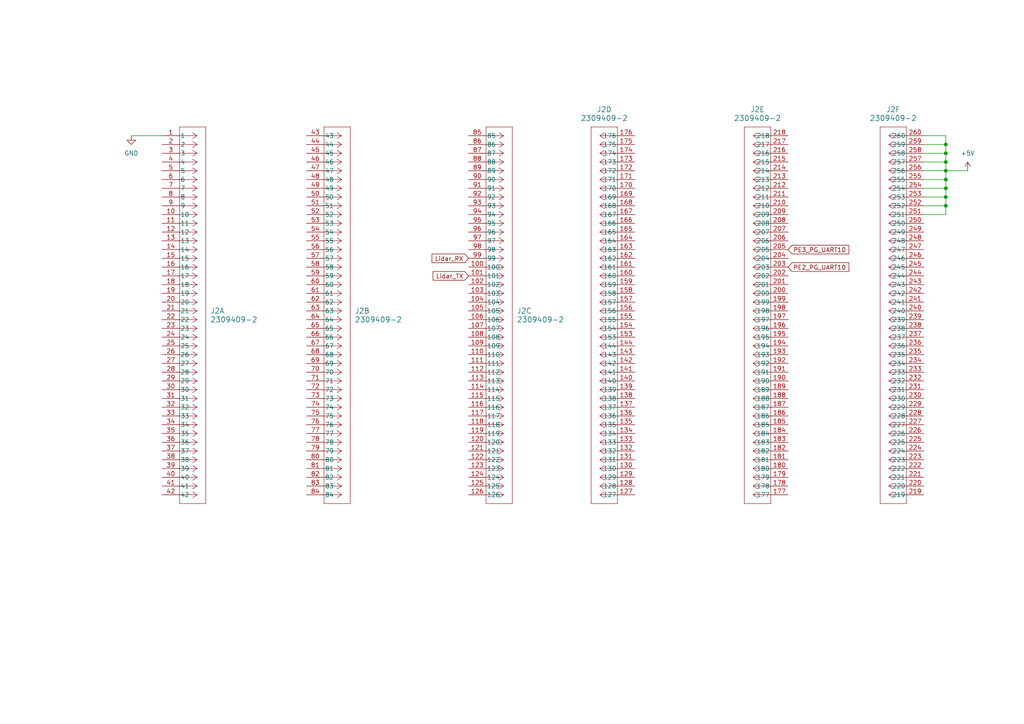
<source format=kicad_sch>
(kicad_sch (version 20231120) (generator "eeschema") (generator_version "8.0")
  (paper "A4")
  (lib_symbols
    (symbol "SODIMM_260:2309409-2" (pin_names (offset 0.254))
      (property "Reference" "J" (at -12.446 -110.49 0))
      (property "Value" "2309409-2" (at -3.556 -104.14 0))
      (symbol "2309409-2_1_1"
        (pin unspecified line (at 0 0 0) (length 5.08) (name "1") (number "1"))
        (pin unspecified line (at 0 -22.86 0) (length 5.08) (name "10") (number "10"))
        (pin unspecified line (at 0 -25.4 0) (length 5.08) (name "11") (number "11"))
        (pin unspecified line (at 0 -27.94 0) (length 5.08) (name "12") (number "12"))
        (pin unspecified line (at 0 -30.48 0) (length 5.08) (name "13") (number "13"))
        (pin unspecified line (at 0 -33.02 0) (length 5.08) (name "14") (number "14"))
        (pin unspecified line (at 0 -35.56 0) (length 5.08) (name "15") (number "15"))
        (pin unspecified line (at 0 -38.1 0) (length 5.08) (name "16") (number "16"))
        (pin unspecified line (at 0 -40.64 0) (length 5.08) (name "17") (number "17"))
        (pin unspecified line (at 0 -43.18 0) (length 5.08) (name "18") (number "18"))
        (pin unspecified line (at 0 -45.72 0) (length 5.08) (name "19") (number "19"))
        (pin unspecified line (at 0 -2.54 0) (length 5.08) (name "2") (number "2"))
        (pin unspecified line (at 0 -48.26 0) (length 5.08) (name "20") (number "20"))
        (pin unspecified line (at 0 -50.8 0) (length 5.08) (name "21") (number "21"))
        (pin unspecified line (at 0 -53.34 0) (length 5.08) (name "22") (number "22"))
        (pin unspecified line (at 0 -55.88 0) (length 5.08) (name "23") (number "23"))
        (pin unspecified line (at 0 -58.42 0) (length 5.08) (name "24") (number "24"))
        (pin unspecified line (at 0 -60.96 0) (length 5.08) (name "25") (number "25"))
        (pin unspecified line (at 0 -63.5 0) (length 5.08) (name "26") (number "26"))
        (pin unspecified line (at 0 -66.04 0) (length 5.08) (name "27") (number "27"))
        (pin unspecified line (at 0 -68.58 0) (length 5.08) (name "28") (number "28"))
        (pin unspecified line (at 0 -71.12 0) (length 5.08) (name "29") (number "29"))
        (pin unspecified line (at 0 -5.08 0) (length 5.08) (name "3") (number "3"))
        (pin unspecified line (at 0 -73.66 0) (length 5.08) (name "30") (number "30"))
        (pin unspecified line (at 0 -76.2 0) (length 5.08) (name "31") (number "31"))
        (pin unspecified line (at 0 -78.74 0) (length 5.08) (name "32") (number "32"))
        (pin unspecified line (at 0 -81.28 0) (length 5.08) (name "33") (number "33"))
        (pin unspecified line (at 0 -83.82 0) (length 5.08) (name "34") (number "34"))
        (pin unspecified line (at 0 -86.36 0) (length 5.08) (name "35") (number "35"))
        (pin unspecified line (at 0 -88.9 0) (length 5.08) (name "36") (number "36"))
        (pin unspecified line (at 0 -91.44 0) (length 5.08) (name "37") (number "37"))
        (pin unspecified line (at 0 -93.98 0) (length 5.08) (name "38") (number "38"))
        (pin unspecified line (at 0 -96.52 0) (length 5.08) (name "39") (number "39"))
        (pin unspecified line (at 0 -7.62 0) (length 5.08) (name "4") (number "4"))
        (pin unspecified line (at 0 -99.06 0) (length 5.08) (name "40") (number "40"))
        (pin unspecified line (at 0 -101.6 0) (length 5.08) (name "41") (number "41"))
        (pin unspecified line (at 0 -104.14 0) (length 5.08) (name "42") (number "42"))
        (pin unspecified line (at 0 -10.16 0) (length 5.08) (name "5") (number "5"))
        (pin unspecified line (at 0 -12.7 0) (length 5.08) (name "6") (number "6"))
        (pin unspecified line (at 0 -15.24 0) (length 5.08) (name "7") (number "7"))
        (pin unspecified line (at 0 -17.78 0) (length 5.08) (name "8") (number "8"))
        (pin unspecified line (at 0 -20.32 0) (length 5.08) (name "9") (number "9"))
      )
      (symbol "2309409-2_1_2"
        (pin unspecified line (at 0 0 0) (length 5.08) (name "1") (number "1"))
        (pin unspecified line (at 0 -22.86 0) (length 5.08) (name "10") (number "10"))
        (pin unspecified line (at 0 -25.4 0) (length 5.08) (name "11") (number "11"))
        (pin unspecified line (at 0 -27.94 0) (length 5.08) (name "12") (number "12"))
        (pin unspecified line (at 0 -30.48 0) (length 5.08) (name "13") (number "13"))
        (pin unspecified line (at 0 -33.02 0) (length 5.08) (name "14") (number "14"))
        (pin unspecified line (at 0 -35.56 0) (length 5.08) (name "15") (number "15"))
        (pin unspecified line (at 0 -38.1 0) (length 5.08) (name "16") (number "16"))
        (pin unspecified line (at 0 -40.64 0) (length 5.08) (name "17") (number "17"))
        (pin unspecified line (at 0 -43.18 0) (length 5.08) (name "18") (number "18"))
        (pin unspecified line (at 0 -45.72 0) (length 5.08) (name "19") (number "19"))
        (pin unspecified line (at 0 -2.54 0) (length 5.08) (name "2") (number "2"))
        (pin unspecified line (at 0 -48.26 0) (length 5.08) (name "20") (number "20"))
        (pin unspecified line (at 0 -50.8 0) (length 5.08) (name "21") (number "21"))
        (pin unspecified line (at 0 -53.34 0) (length 5.08) (name "22") (number "22"))
        (pin unspecified line (at 0 -55.88 0) (length 5.08) (name "23") (number "23"))
        (pin unspecified line (at 0 -58.42 0) (length 5.08) (name "24") (number "24"))
        (pin unspecified line (at 0 -60.96 0) (length 5.08) (name "25") (number "25"))
        (pin unspecified line (at 0 -63.5 0) (length 5.08) (name "26") (number "26"))
        (pin unspecified line (at 0 -66.04 0) (length 5.08) (name "27") (number "27"))
        (pin unspecified line (at 0 -68.58 0) (length 5.08) (name "28") (number "28"))
        (pin unspecified line (at 0 -71.12 0) (length 5.08) (name "29") (number "29"))
        (pin unspecified line (at 0 -5.08 0) (length 5.08) (name "3") (number "3"))
        (pin unspecified line (at 0 -73.66 0) (length 5.08) (name "30") (number "30"))
        (pin unspecified line (at 0 -76.2 0) (length 5.08) (name "31") (number "31"))
        (pin unspecified line (at 0 -78.74 0) (length 5.08) (name "32") (number "32"))
        (pin unspecified line (at 0 -81.28 0) (length 5.08) (name "33") (number "33"))
        (pin unspecified line (at 0 -83.82 0) (length 5.08) (name "34") (number "34"))
        (pin unspecified line (at 0 -86.36 0) (length 5.08) (name "35") (number "35"))
        (pin unspecified line (at 0 -88.9 0) (length 5.08) (name "36") (number "36"))
        (pin unspecified line (at 0 -91.44 0) (length 5.08) (name "37") (number "37"))
        (pin unspecified line (at 0 -93.98 0) (length 5.08) (name "38") (number "38"))
        (pin unspecified line (at 0 -96.52 0) (length 5.08) (name "39") (number "39"))
        (pin unspecified line (at 0 -7.62 0) (length 5.08) (name "4") (number "4"))
        (pin unspecified line (at 0 -99.06 0) (length 5.08) (name "40") (number "40"))
        (pin unspecified line (at 0 -101.6 0) (length 5.08) (name "41") (number "41"))
        (pin unspecified line (at 0 -104.14 0) (length 5.08) (name "42") (number "42"))
        (pin unspecified line (at 0 -10.16 0) (length 5.08) (name "5") (number "5"))
        (pin unspecified line (at 0 -12.7 0) (length 5.08) (name "6") (number "6"))
        (pin unspecified line (at 0 -15.24 0) (length 5.08) (name "7") (number "7"))
        (pin unspecified line (at 0 -17.78 0) (length 5.08) (name "8") (number "8"))
        (pin unspecified line (at 0 -20.32 0) (length 5.08) (name "9") (number "9"))
      )
      (symbol "2309409-2_2_1"
        (pin unspecified line (at 0 0 0) (length 5.08) (name "43") (number "43"))
        (pin unspecified line (at 0 -2.54 0) (length 5.08) (name "44") (number "44"))
        (pin unspecified line (at 0 -5.08 0) (length 5.08) (name "45") (number "45"))
        (pin unspecified line (at 0 -7.62 0) (length 5.08) (name "46") (number "46"))
        (pin unspecified line (at 0 -10.16 0) (length 5.08) (name "47") (number "47"))
        (pin unspecified line (at 0 -12.7 0) (length 5.08) (name "48") (number "48"))
        (pin unspecified line (at 0 -15.24 0) (length 5.08) (name "49") (number "49"))
        (pin unspecified line (at 0 -17.78 0) (length 5.08) (name "50") (number "50"))
        (pin unspecified line (at 0 -20.32 0) (length 5.08) (name "51") (number "51"))
        (pin unspecified line (at 0 -22.86 0) (length 5.08) (name "52") (number "52"))
        (pin unspecified line (at 0 -25.4 0) (length 5.08) (name "53") (number "53"))
        (pin unspecified line (at 0 -27.94 0) (length 5.08) (name "54") (number "54"))
        (pin unspecified line (at 0 -30.48 0) (length 5.08) (name "55") (number "55"))
        (pin unspecified line (at 0 -33.02 0) (length 5.08) (name "56") (number "56"))
        (pin unspecified line (at 0 -35.56 0) (length 5.08) (name "57") (number "57"))
        (pin unspecified line (at 0 -38.1 0) (length 5.08) (name "58") (number "58"))
        (pin unspecified line (at 0 -40.64 0) (length 5.08) (name "59") (number "59"))
        (pin unspecified line (at 0 -43.18 0) (length 5.08) (name "60") (number "60"))
        (pin unspecified line (at 0 -45.72 0) (length 5.08) (name "61") (number "61"))
        (pin unspecified line (at 0 -48.26 0) (length 5.08) (name "62") (number "62"))
        (pin unspecified line (at 0 -50.8 0) (length 5.08) (name "63") (number "63"))
        (pin unspecified line (at 0 -53.34 0) (length 5.08) (name "64") (number "64"))
        (pin unspecified line (at 0 -55.88 0) (length 5.08) (name "65") (number "65"))
        (pin unspecified line (at 0 -58.42 0) (length 5.08) (name "66") (number "66"))
        (pin unspecified line (at 0 -60.96 0) (length 5.08) (name "67") (number "67"))
        (pin unspecified line (at 0 -63.5 0) (length 5.08) (name "68") (number "68"))
        (pin unspecified line (at 0 -66.04 0) (length 5.08) (name "69") (number "69"))
        (pin unspecified line (at 0 -68.58 0) (length 5.08) (name "70") (number "70"))
        (pin unspecified line (at 0 -71.12 0) (length 5.08) (name "71") (number "71"))
        (pin unspecified line (at 0 -73.66 0) (length 5.08) (name "72") (number "72"))
        (pin unspecified line (at 0 -76.2 0) (length 5.08) (name "73") (number "73"))
        (pin unspecified line (at 0 -78.74 0) (length 5.08) (name "74") (number "74"))
        (pin unspecified line (at 0 -81.28 0) (length 5.08) (name "75") (number "75"))
        (pin unspecified line (at 0 -83.82 0) (length 5.08) (name "76") (number "76"))
        (pin unspecified line (at 0 -86.36 0) (length 5.08) (name "77") (number "77"))
        (pin unspecified line (at 0 -88.9 0) (length 5.08) (name "78") (number "78"))
        (pin unspecified line (at 0 -91.44 0) (length 5.08) (name "79") (number "79"))
        (pin unspecified line (at 0 -93.98 0) (length 5.08) (name "80") (number "80"))
        (pin unspecified line (at 0 -96.52 0) (length 5.08) (name "81") (number "81"))
        (pin unspecified line (at 0 -99.06 0) (length 5.08) (name "82") (number "82"))
        (pin unspecified line (at 0 -101.6 0) (length 5.08) (name "83") (number "83"))
        (pin unspecified line (at 0 -104.14 0) (length 5.08) (name "84") (number "84"))
      )
      (symbol "2309409-2_2_2"
        (pin unspecified line (at 0 0 0) (length 5.08) (name "43") (number "43"))
        (pin unspecified line (at 0 -2.54 0) (length 5.08) (name "44") (number "44"))
        (pin unspecified line (at 0 -5.08 0) (length 5.08) (name "45") (number "45"))
        (pin unspecified line (at 0 -7.62 0) (length 5.08) (name "46") (number "46"))
        (pin unspecified line (at 0 -10.16 0) (length 5.08) (name "47") (number "47"))
        (pin unspecified line (at 0 -12.7 0) (length 5.08) (name "48") (number "48"))
        (pin unspecified line (at 0 -15.24 0) (length 5.08) (name "49") (number "49"))
        (pin unspecified line (at 0 -17.78 0) (length 5.08) (name "50") (number "50"))
        (pin unspecified line (at 0 -20.32 0) (length 5.08) (name "51") (number "51"))
        (pin unspecified line (at 0 -22.86 0) (length 5.08) (name "52") (number "52"))
        (pin unspecified line (at 0 -25.4 0) (length 5.08) (name "53") (number "53"))
        (pin unspecified line (at 0 -27.94 0) (length 5.08) (name "54") (number "54"))
        (pin unspecified line (at 0 -30.48 0) (length 5.08) (name "55") (number "55"))
        (pin unspecified line (at 0 -33.02 0) (length 5.08) (name "56") (number "56"))
        (pin unspecified line (at 0 -35.56 0) (length 5.08) (name "57") (number "57"))
        (pin unspecified line (at 0 -38.1 0) (length 5.08) (name "58") (number "58"))
        (pin unspecified line (at 0 -40.64 0) (length 5.08) (name "59") (number "59"))
        (pin unspecified line (at 0 -43.18 0) (length 5.08) (name "60") (number "60"))
        (pin unspecified line (at 0 -45.72 0) (length 5.08) (name "61") (number "61"))
        (pin unspecified line (at 0 -48.26 0) (length 5.08) (name "62") (number "62"))
        (pin unspecified line (at 0 -50.8 0) (length 5.08) (name "63") (number "63"))
        (pin unspecified line (at 0 -53.34 0) (length 5.08) (name "64") (number "64"))
        (pin unspecified line (at 0 -55.88 0) (length 5.08) (name "65") (number "65"))
        (pin unspecified line (at 0 -58.42 0) (length 5.08) (name "66") (number "66"))
        (pin unspecified line (at 0 -60.96 0) (length 5.08) (name "67") (number "67"))
        (pin unspecified line (at 0 -63.5 0) (length 5.08) (name "68") (number "68"))
        (pin unspecified line (at 0 -66.04 0) (length 5.08) (name "69") (number "69"))
        (pin unspecified line (at 0 -68.58 0) (length 5.08) (name "70") (number "70"))
        (pin unspecified line (at 0 -71.12 0) (length 5.08) (name "71") (number "71"))
        (pin unspecified line (at 0 -73.66 0) (length 5.08) (name "72") (number "72"))
        (pin unspecified line (at 0 -76.2 0) (length 5.08) (name "73") (number "73"))
        (pin unspecified line (at 0 -78.74 0) (length 5.08) (name "74") (number "74"))
        (pin unspecified line (at 0 -81.28 0) (length 5.08) (name "75") (number "75"))
        (pin unspecified line (at 0 -83.82 0) (length 5.08) (name "76") (number "76"))
        (pin unspecified line (at 0 -86.36 0) (length 5.08) (name "77") (number "77"))
        (pin unspecified line (at 0 -88.9 0) (length 5.08) (name "78") (number "78"))
        (pin unspecified line (at 0 -91.44 0) (length 5.08) (name "79") (number "79"))
        (pin unspecified line (at 0 -93.98 0) (length 5.08) (name "80") (number "80"))
        (pin unspecified line (at 0 -96.52 0) (length 5.08) (name "81") (number "81"))
        (pin unspecified line (at 0 -99.06 0) (length 5.08) (name "82") (number "82"))
        (pin unspecified line (at 0 -101.6 0) (length 5.08) (name "83") (number "83"))
        (pin unspecified line (at 0 -104.14 0) (length 5.08) (name "84") (number "84"))
      )
      (symbol "2309409-2_3_1"
        (pin unspecified line (at 0 -38.1 0) (length 5.08) (name "100") (number "100"))
        (pin unspecified line (at 0 -40.64 0) (length 5.08) (name "101") (number "101"))
        (pin unspecified line (at 0 -43.18 0) (length 5.08) (name "102") (number "102"))
        (pin unspecified line (at 0 -45.72 0) (length 5.08) (name "103") (number "103"))
        (pin unspecified line (at 0 -48.26 0) (length 5.08) (name "104") (number "104"))
        (pin unspecified line (at 0 -50.8 0) (length 5.08) (name "105") (number "105"))
        (pin unspecified line (at 0 -53.34 0) (length 5.08) (name "106") (number "106"))
        (pin unspecified line (at 0 -55.88 0) (length 5.08) (name "107") (number "107"))
        (pin unspecified line (at 0 -58.42 0) (length 5.08) (name "108") (number "108"))
        (pin unspecified line (at 0 -60.96 0) (length 5.08) (name "109") (number "109"))
        (pin unspecified line (at 0 -63.5 0) (length 5.08) (name "110") (number "110"))
        (pin unspecified line (at 0 -66.04 0) (length 5.08) (name "111") (number "111"))
        (pin unspecified line (at 0 -68.58 0) (length 5.08) (name "112") (number "112"))
        (pin unspecified line (at 0 -71.12 0) (length 5.08) (name "113") (number "113"))
        (pin unspecified line (at 0 -73.66 0) (length 5.08) (name "114") (number "114"))
        (pin unspecified line (at 0 -76.2 0) (length 5.08) (name "115") (number "115"))
        (pin unspecified line (at 0 -78.74 0) (length 5.08) (name "116") (number "116"))
        (pin unspecified line (at 0 -81.28 0) (length 5.08) (name "117") (number "117"))
        (pin unspecified line (at 0 -83.82 0) (length 5.08) (name "118") (number "118"))
        (pin unspecified line (at 0 -86.36 0) (length 5.08) (name "119") (number "119"))
        (pin unspecified line (at 0 -88.9 0) (length 5.08) (name "120") (number "120"))
        (pin unspecified line (at 0 -91.44 0) (length 5.08) (name "121") (number "121"))
        (pin unspecified line (at 0 -93.98 0) (length 5.08) (name "122") (number "122"))
        (pin unspecified line (at 0 -96.52 0) (length 5.08) (name "123") (number "123"))
        (pin unspecified line (at 0 -99.06 0) (length 5.08) (name "124") (number "124"))
        (pin unspecified line (at 0 -101.6 0) (length 5.08) (name "125") (number "125"))
        (pin unspecified line (at 0 -104.14 0) (length 5.08) (name "126") (number "126"))
        (pin unspecified line (at 0 0 0) (length 5.08) (name "85") (number "85"))
        (pin unspecified line (at 0 -2.54 0) (length 5.08) (name "86") (number "86"))
        (pin unspecified line (at 0 -5.08 0) (length 5.08) (name "87") (number "87"))
        (pin unspecified line (at 0 -7.62 0) (length 5.08) (name "88") (number "88"))
        (pin unspecified line (at 0 -10.16 0) (length 5.08) (name "89") (number "89"))
        (pin unspecified line (at 0 -12.7 0) (length 5.08) (name "90") (number "90"))
        (pin unspecified line (at 0 -15.24 0) (length 5.08) (name "91") (number "91"))
        (pin unspecified line (at 0 -17.78 0) (length 5.08) (name "92") (number "92"))
        (pin unspecified line (at 0 -20.32 0) (length 5.08) (name "93") (number "93"))
        (pin unspecified line (at 0 -22.86 0) (length 5.08) (name "94") (number "94"))
        (pin unspecified line (at 0 -25.4 0) (length 5.08) (name "95") (number "95"))
        (pin unspecified line (at 0 -27.94 0) (length 5.08) (name "96") (number "96"))
        (pin unspecified line (at 0 -30.48 0) (length 5.08) (name "97") (number "97"))
        (pin unspecified line (at 0 -33.02 0) (length 5.08) (name "98") (number "98"))
        (pin unspecified line (at 0 -35.56 0) (length 5.08) (name "99") (number "99"))
      )
      (symbol "2309409-2_3_2"
        (pin unspecified line (at 0 -38.1 0) (length 5.08) (name "100") (number "100"))
        (pin unspecified line (at 0 -40.64 0) (length 5.08) (name "101") (number "101"))
        (pin unspecified line (at 0 -43.18 0) (length 5.08) (name "102") (number "102"))
        (pin unspecified line (at 0 -45.72 0) (length 5.08) (name "103") (number "103"))
        (pin unspecified line (at 0 -48.26 0) (length 5.08) (name "104") (number "104"))
        (pin unspecified line (at 0 -50.8 0) (length 5.08) (name "105") (number "105"))
        (pin unspecified line (at 0 -53.34 0) (length 5.08) (name "106") (number "106"))
        (pin unspecified line (at 0 -55.88 0) (length 5.08) (name "107") (number "107"))
        (pin unspecified line (at 0 -58.42 0) (length 5.08) (name "108") (number "108"))
        (pin unspecified line (at 0 -60.96 0) (length 5.08) (name "109") (number "109"))
        (pin unspecified line (at 0 -63.5 0) (length 5.08) (name "110") (number "110"))
        (pin unspecified line (at 0 -66.04 0) (length 5.08) (name "111") (number "111"))
        (pin unspecified line (at 0 -68.58 0) (length 5.08) (name "112") (number "112"))
        (pin unspecified line (at 0 -71.12 0) (length 5.08) (name "113") (number "113"))
        (pin unspecified line (at 0 -73.66 0) (length 5.08) (name "114") (number "114"))
        (pin unspecified line (at 0 -76.2 0) (length 5.08) (name "115") (number "115"))
        (pin unspecified line (at 0 -78.74 0) (length 5.08) (name "116") (number "116"))
        (pin unspecified line (at 0 -81.28 0) (length 5.08) (name "117") (number "117"))
        (pin unspecified line (at 0 -83.82 0) (length 5.08) (name "118") (number "118"))
        (pin unspecified line (at 0 -86.36 0) (length 5.08) (name "119") (number "119"))
        (pin unspecified line (at 0 -88.9 0) (length 5.08) (name "120") (number "120"))
        (pin unspecified line (at 0 -91.44 0) (length 5.08) (name "121") (number "121"))
        (pin unspecified line (at 0 -93.98 0) (length 5.08) (name "122") (number "122"))
        (pin unspecified line (at 0 -96.52 0) (length 5.08) (name "123") (number "123"))
        (pin unspecified line (at 0 -99.06 0) (length 5.08) (name "124") (number "124"))
        (pin unspecified line (at 0 -101.6 0) (length 5.08) (name "125") (number "125"))
        (pin unspecified line (at 0 -104.14 0) (length 5.08) (name "126") (number "126"))
        (pin unspecified line (at 0 0 0) (length 5.08) (name "85") (number "85"))
        (pin unspecified line (at 0 -2.54 0) (length 5.08) (name "86") (number "86"))
        (pin unspecified line (at 0 -5.08 0) (length 5.08) (name "87") (number "87"))
        (pin unspecified line (at 0 -7.62 0) (length 5.08) (name "88") (number "88"))
        (pin unspecified line (at 0 -10.16 0) (length 5.08) (name "89") (number "89"))
        (pin unspecified line (at 0 -12.7 0) (length 5.08) (name "90") (number "90"))
        (pin unspecified line (at 0 -15.24 0) (length 5.08) (name "91") (number "91"))
        (pin unspecified line (at 0 -17.78 0) (length 5.08) (name "92") (number "92"))
        (pin unspecified line (at 0 -20.32 0) (length 5.08) (name "93") (number "93"))
        (pin unspecified line (at 0 -22.86 0) (length 5.08) (name "94") (number "94"))
        (pin unspecified line (at 0 -25.4 0) (length 5.08) (name "95") (number "95"))
        (pin unspecified line (at 0 -27.94 0) (length 5.08) (name "96") (number "96"))
        (pin unspecified line (at 0 -30.48 0) (length 5.08) (name "97") (number "97"))
        (pin unspecified line (at 0 -33.02 0) (length 5.08) (name "98") (number "98"))
        (pin unspecified line (at 0 -35.56 0) (length 5.08) (name "99") (number "99"))
      )
      (symbol "2309409-2_4_1"
        (pin unspecified line (at 0 -104.14 180) (length 5.08) (name "127") (number "127"))
        (pin unspecified line (at 0 -101.6 180) (length 5.08) (name "128") (number "128"))
        (pin unspecified line (at 0 -99.06 180) (length 5.08) (name "129") (number "129"))
        (pin unspecified line (at 0 -96.52 180) (length 5.08) (name "130") (number "130"))
        (pin unspecified line (at 0 -93.98 180) (length 5.08) (name "131") (number "131"))
        (pin unspecified line (at 0 -91.44 180) (length 5.08) (name "132") (number "132"))
        (pin unspecified line (at 0 -88.9 180) (length 5.08) (name "133") (number "133"))
        (pin unspecified line (at 0 -86.36 180) (length 5.08) (name "134") (number "134"))
        (pin unspecified line (at 0 -83.82 180) (length 5.08) (name "135") (number "135"))
        (pin unspecified line (at 0 -81.28 180) (length 5.08) (name "136") (number "136"))
        (pin unspecified line (at 0 -78.74 180) (length 5.08) (name "137") (number "137"))
        (pin unspecified line (at 0 -76.2 180) (length 5.08) (name "138") (number "138"))
        (pin unspecified line (at 0 -73.66 180) (length 5.08) (name "139") (number "139"))
        (pin unspecified line (at 0 -71.12 180) (length 5.08) (name "140") (number "140"))
        (pin unspecified line (at 0 -68.58 180) (length 5.08) (name "141") (number "141"))
        (pin unspecified line (at 0 -66.04 180) (length 5.08) (name "142") (number "142"))
        (pin unspecified line (at 0 -63.5 180) (length 5.08) (name "143") (number "143"))
        (pin unspecified line (at 0 -60.96 180) (length 5.08) (name "144") (number "144"))
        (pin unspecified line (at 0 -58.42 180) (length 5.08) (name "153") (number "153"))
        (pin unspecified line (at 0 -55.88 180) (length 5.08) (name "154") (number "154"))
        (pin unspecified line (at 0 -53.34 180) (length 5.08) (name "155") (number "155"))
        (pin unspecified line (at 0 -50.8 180) (length 5.08) (name "156") (number "156"))
        (pin unspecified line (at 0 -48.26 180) (length 5.08) (name "157") (number "157"))
        (pin unspecified line (at 0 -45.72 180) (length 5.08) (name "158") (number "158"))
        (pin unspecified line (at 0 -43.18 180) (length 5.08) (name "159") (number "159"))
        (pin unspecified line (at 0 -40.64 180) (length 5.08) (name "160") (number "160"))
        (pin unspecified line (at 0 -38.1 180) (length 5.08) (name "161") (number "161"))
        (pin unspecified line (at 0 -35.56 180) (length 5.08) (name "162") (number "162"))
        (pin unspecified line (at 0 -33.02 180) (length 5.08) (name "163") (number "163"))
        (pin unspecified line (at 0 -30.48 180) (length 5.08) (name "164") (number "164"))
        (pin unspecified line (at 0 -27.94 180) (length 5.08) (name "165") (number "165"))
        (pin unspecified line (at 0 -25.4 180) (length 5.08) (name "166") (number "166"))
        (pin unspecified line (at 0 -22.86 180) (length 5.08) (name "167") (number "167"))
        (pin unspecified line (at 0 -20.32 180) (length 5.08) (name "168") (number "168"))
        (pin unspecified line (at 0 -17.78 180) (length 5.08) (name "169") (number "169"))
        (pin unspecified line (at 0 -15.24 180) (length 5.08) (name "170") (number "170"))
        (pin unspecified line (at 0 -12.7 180) (length 5.08) (name "171") (number "171"))
        (pin unspecified line (at 0 -10.16 180) (length 5.08) (name "172") (number "172"))
        (pin unspecified line (at 0 -7.62 180) (length 5.08) (name "173") (number "173"))
        (pin unspecified line (at 0 -5.08 180) (length 5.08) (name "174") (number "174"))
        (pin unspecified line (at 0 -2.54 180) (length 5.08) (name "175") (number "175"))
        (pin unspecified line (at 0 0 180) (length 5.08) (name "176") (number "176"))
      )
      (symbol "2309409-2_4_2"
        (pin unspecified line (at 0 0 0) (length 5.08) (name "127") (number "127"))
        (pin unspecified line (at 0 -2.54 0) (length 5.08) (name "128") (number "128"))
        (pin unspecified line (at 0 -5.08 0) (length 5.08) (name "129") (number "129"))
        (pin unspecified line (at 0 -7.62 0) (length 5.08) (name "130") (number "130"))
        (pin unspecified line (at 0 -10.16 0) (length 5.08) (name "131") (number "131"))
        (pin unspecified line (at 0 -12.7 0) (length 5.08) (name "132") (number "132"))
        (pin unspecified line (at 0 -15.24 0) (length 5.08) (name "133") (number "133"))
        (pin unspecified line (at 0 -17.78 0) (length 5.08) (name "134") (number "134"))
        (pin unspecified line (at 0 -20.32 0) (length 5.08) (name "135") (number "135"))
        (pin unspecified line (at 0 -22.86 0) (length 5.08) (name "136") (number "136"))
        (pin unspecified line (at 0 -25.4 0) (length 5.08) (name "137") (number "137"))
        (pin unspecified line (at 0 -27.94 0) (length 5.08) (name "138") (number "138"))
        (pin unspecified line (at 0 -30.48 0) (length 5.08) (name "139") (number "139"))
        (pin unspecified line (at 0 -33.02 0) (length 5.08) (name "140") (number "140"))
        (pin unspecified line (at 0 -35.56 0) (length 5.08) (name "141") (number "141"))
        (pin unspecified line (at 0 -38.1 0) (length 5.08) (name "142") (number "142"))
        (pin unspecified line (at 0 -40.64 0) (length 5.08) (name "143") (number "143"))
        (pin unspecified line (at 0 -43.18 0) (length 5.08) (name "144") (number "144"))
        (pin unspecified line (at 0 -45.72 0) (length 5.08) (name "153") (number "153"))
        (pin unspecified line (at 0 -48.26 0) (length 5.08) (name "154") (number "154"))
        (pin unspecified line (at 0 -50.8 0) (length 5.08) (name "155") (number "155"))
        (pin unspecified line (at 0 -53.34 0) (length 5.08) (name "156") (number "156"))
        (pin unspecified line (at 0 -55.88 0) (length 5.08) (name "157") (number "157"))
        (pin unspecified line (at 0 -58.42 0) (length 5.08) (name "158") (number "158"))
        (pin unspecified line (at 0 -60.96 0) (length 5.08) (name "159") (number "159"))
        (pin unspecified line (at 0 -63.5 0) (length 5.08) (name "160") (number "160"))
        (pin unspecified line (at 0 -66.04 0) (length 5.08) (name "161") (number "161"))
        (pin unspecified line (at 0 -68.58 0) (length 5.08) (name "162") (number "162"))
        (pin unspecified line (at 0 -71.12 0) (length 5.08) (name "163") (number "163"))
        (pin unspecified line (at 0 -73.66 0) (length 5.08) (name "164") (number "164"))
        (pin unspecified line (at 0 -76.2 0) (length 5.08) (name "165") (number "165"))
        (pin unspecified line (at 0 -78.74 0) (length 5.08) (name "166") (number "166"))
        (pin unspecified line (at 0 -81.28 0) (length 5.08) (name "167") (number "167"))
        (pin unspecified line (at 0 -83.82 0) (length 5.08) (name "168") (number "168"))
        (pin unspecified line (at 0 -86.36 0) (length 5.08) (name "169") (number "169"))
        (pin unspecified line (at 0 -88.9 0) (length 5.08) (name "170") (number "170"))
        (pin unspecified line (at 0 -91.44 0) (length 5.08) (name "171") (number "171"))
        (pin unspecified line (at 0 -93.98 0) (length 5.08) (name "172") (number "172"))
        (pin unspecified line (at 0 -96.52 0) (length 5.08) (name "173") (number "173"))
        (pin unspecified line (at 0 -99.06 0) (length 5.08) (name "174") (number "174"))
        (pin unspecified line (at 0 -101.6 0) (length 5.08) (name "175") (number "175"))
        (pin unspecified line (at 0 -104.14 0) (length 5.08) (name "176") (number "176"))
      )
      (symbol "2309409-2_5_1"
        (pin unspecified line (at 0 -104.14 180) (length 5.08) (name "177") (number "177"))
        (pin unspecified line (at 0 -101.6 180) (length 5.08) (name "178") (number "178"))
        (pin unspecified line (at 0 -99.06 180) (length 5.08) (name "179") (number "179"))
        (pin unspecified line (at 0 -96.52 180) (length 5.08) (name "180") (number "180"))
        (pin unspecified line (at 0 -93.98 180) (length 5.08) (name "181") (number "181"))
        (pin unspecified line (at 0 -91.44 180) (length 5.08) (name "182") (number "182"))
        (pin unspecified line (at 0 -88.9 180) (length 5.08) (name "183") (number "183"))
        (pin unspecified line (at 0 -86.36 180) (length 5.08) (name "184") (number "184"))
        (pin unspecified line (at 0 -83.82 180) (length 5.08) (name "185") (number "185"))
        (pin unspecified line (at 0 -81.28 180) (length 5.08) (name "186") (number "186"))
        (pin unspecified line (at 0 -78.74 180) (length 5.08) (name "187") (number "187"))
        (pin unspecified line (at 0 -76.2 180) (length 5.08) (name "188") (number "188"))
        (pin unspecified line (at 0 -73.66 180) (length 5.08) (name "189") (number "189"))
        (pin unspecified line (at 0 -71.12 180) (length 5.08) (name "190") (number "190"))
        (pin unspecified line (at 0 -68.58 180) (length 5.08) (name "191") (number "191"))
        (pin unspecified line (at 0 -66.04 180) (length 5.08) (name "192") (number "192"))
        (pin unspecified line (at 0 -63.5 180) (length 5.08) (name "193") (number "193"))
        (pin unspecified line (at 0 -60.96 180) (length 5.08) (name "194") (number "194"))
        (pin unspecified line (at 0 -58.42 180) (length 5.08) (name "195") (number "195"))
        (pin unspecified line (at 0 -55.88 180) (length 5.08) (name "196") (number "196"))
        (pin unspecified line (at 0 -53.34 180) (length 5.08) (name "197") (number "197"))
        (pin unspecified line (at 0 -50.8 180) (length 5.08) (name "198") (number "198"))
        (pin unspecified line (at 0 -48.26 180) (length 5.08) (name "199") (number "199"))
        (pin unspecified line (at 0 -45.72 180) (length 5.08) (name "200") (number "200"))
        (pin unspecified line (at 0 -43.18 180) (length 5.08) (name "201") (number "201"))
        (pin unspecified line (at 0 -40.64 180) (length 5.08) (name "202") (number "202"))
        (pin unspecified line (at 0 -38.1 180) (length 5.08) (name "203") (number "203"))
        (pin unspecified line (at 0 -35.56 180) (length 5.08) (name "204") (number "204"))
        (pin unspecified line (at 0 -33.02 180) (length 5.08) (name "205") (number "205"))
        (pin unspecified line (at 0 -30.48 180) (length 5.08) (name "206") (number "206"))
        (pin unspecified line (at 0 -27.94 180) (length 5.08) (name "207") (number "207"))
        (pin unspecified line (at 0 -25.4 180) (length 5.08) (name "208") (number "208"))
        (pin unspecified line (at 0 -22.86 180) (length 5.08) (name "209") (number "209"))
        (pin unspecified line (at 0 -20.32 180) (length 5.08) (name "210") (number "210"))
        (pin unspecified line (at 0 -17.78 180) (length 5.08) (name "211") (number "211"))
        (pin unspecified line (at 0 -15.24 180) (length 5.08) (name "212") (number "212"))
        (pin unspecified line (at 0 -12.7 180) (length 5.08) (name "213") (number "213"))
        (pin unspecified line (at 0 -10.16 180) (length 5.08) (name "214") (number "214"))
        (pin unspecified line (at 0 -7.62 180) (length 5.08) (name "215") (number "215"))
        (pin unspecified line (at 0 -5.08 180) (length 5.08) (name "216") (number "216"))
        (pin unspecified line (at 0 -2.54 180) (length 5.08) (name "217") (number "217"))
        (pin unspecified line (at 0 0 180) (length 5.08) (name "218") (number "218"))
      )
      (symbol "2309409-2_5_2"
        (pin unspecified line (at 0 0 0) (length 5.08) (name "177") (number "177"))
        (pin unspecified line (at 0 -2.54 0) (length 5.08) (name "178") (number "178"))
        (pin unspecified line (at 0 -5.08 0) (length 5.08) (name "179") (number "179"))
        (pin unspecified line (at 0 -7.62 0) (length 5.08) (name "180") (number "180"))
        (pin unspecified line (at 0 -10.16 0) (length 5.08) (name "181") (number "181"))
        (pin unspecified line (at 0 -12.7 0) (length 5.08) (name "182") (number "182"))
        (pin unspecified line (at 0 -15.24 0) (length 5.08) (name "183") (number "183"))
        (pin unspecified line (at 0 -17.78 0) (length 5.08) (name "184") (number "184"))
        (pin unspecified line (at 0 -20.32 0) (length 5.08) (name "185") (number "185"))
        (pin unspecified line (at 0 -22.86 0) (length 5.08) (name "186") (number "186"))
        (pin unspecified line (at 0 -25.4 0) (length 5.08) (name "187") (number "187"))
        (pin unspecified line (at 0 -27.94 0) (length 5.08) (name "188") (number "188"))
        (pin unspecified line (at 0 -30.48 0) (length 5.08) (name "189") (number "189"))
        (pin unspecified line (at 0 -33.02 0) (length 5.08) (name "190") (number "190"))
        (pin unspecified line (at 0 -35.56 0) (length 5.08) (name "191") (number "191"))
        (pin unspecified line (at 0 -38.1 0) (length 5.08) (name "192") (number "192"))
        (pin unspecified line (at 0 -40.64 0) (length 5.08) (name "193") (number "193"))
        (pin unspecified line (at 0 -43.18 0) (length 5.08) (name "194") (number "194"))
        (pin unspecified line (at 0 -45.72 0) (length 5.08) (name "195") (number "195"))
        (pin unspecified line (at 0 -48.26 0) (length 5.08) (name "196") (number "196"))
        (pin unspecified line (at 0 -50.8 0) (length 5.08) (name "197") (number "197"))
        (pin unspecified line (at 0 -53.34 0) (length 5.08) (name "198") (number "198"))
        (pin unspecified line (at 0 -55.88 0) (length 5.08) (name "199") (number "199"))
        (pin unspecified line (at 0 -58.42 0) (length 5.08) (name "200") (number "200"))
        (pin unspecified line (at 0 -60.96 0) (length 5.08) (name "201") (number "201"))
        (pin unspecified line (at 0 -63.5 0) (length 5.08) (name "202") (number "202"))
        (pin unspecified line (at 0 -66.04 0) (length 5.08) (name "203") (number "203"))
        (pin unspecified line (at 0 -68.58 0) (length 5.08) (name "204") (number "204"))
        (pin unspecified line (at 0 -71.12 0) (length 5.08) (name "205") (number "205"))
        (pin unspecified line (at 0 -73.66 0) (length 5.08) (name "206") (number "206"))
        (pin unspecified line (at 0 -76.2 0) (length 5.08) (name "207") (number "207"))
        (pin unspecified line (at 0 -78.74 0) (length 5.08) (name "208") (number "208"))
        (pin unspecified line (at 0 -81.28 0) (length 5.08) (name "209") (number "209"))
        (pin unspecified line (at 0 -83.82 0) (length 5.08) (name "210") (number "210"))
        (pin unspecified line (at 0 -86.36 0) (length 5.08) (name "211") (number "211"))
        (pin unspecified line (at 0 -88.9 0) (length 5.08) (name "212") (number "212"))
        (pin unspecified line (at 0 -91.44 0) (length 5.08) (name "213") (number "213"))
        (pin unspecified line (at 0 -93.98 0) (length 5.08) (name "214") (number "214"))
        (pin unspecified line (at 0 -96.52 0) (length 5.08) (name "215") (number "215"))
        (pin unspecified line (at 0 -99.06 0) (length 5.08) (name "216") (number "216"))
        (pin unspecified line (at 0 -101.6 0) (length 5.08) (name "217") (number "217"))
        (pin unspecified line (at 0 -104.14 0) (length 5.08) (name "218") (number "218"))
      )
      (symbol "2309409-2_6_1"
        (pin unspecified line (at 0 -104.14 180) (length 5.08) (name "219") (number "219"))
        (pin unspecified line (at 0 -101.6 180) (length 5.08) (name "220") (number "220"))
        (pin unspecified line (at 0 -99.06 180) (length 5.08) (name "221") (number "221"))
        (pin unspecified line (at 0 -96.52 180) (length 5.08) (name "222") (number "222"))
        (pin unspecified line (at 0 -93.98 180) (length 5.08) (name "223") (number "223"))
        (pin unspecified line (at 0 -91.44 180) (length 5.08) (name "224") (number "224"))
        (pin unspecified line (at 0 -88.9 180) (length 5.08) (name "225") (number "225"))
        (pin unspecified line (at 0 -86.36 180) (length 5.08) (name "226") (number "226"))
        (pin unspecified line (at 0 -83.82 180) (length 5.08) (name "227") (number "227"))
        (pin unspecified line (at 0 -81.28 180) (length 5.08) (name "228") (number "228"))
        (pin unspecified line (at 0 -78.74 180) (length 5.08) (name "229") (number "229"))
        (pin unspecified line (at 0 -76.2 180) (length 5.08) (name "230") (number "230"))
        (pin unspecified line (at 0 -73.66 180) (length 5.08) (name "231") (number "231"))
        (pin unspecified line (at 0 -71.12 180) (length 5.08) (name "232") (number "232"))
        (pin unspecified line (at 0 -68.58 180) (length 5.08) (name "233") (number "233"))
        (pin unspecified line (at 0 -66.04 180) (length 5.08) (name "234") (number "234"))
        (pin unspecified line (at 0 -63.5 180) (length 5.08) (name "235") (number "235"))
        (pin unspecified line (at 0 -60.96 180) (length 5.08) (name "236") (number "236"))
        (pin unspecified line (at 0 -58.42 180) (length 5.08) (name "237") (number "237"))
        (pin unspecified line (at 0 -55.88 180) (length 5.08) (name "238") (number "238"))
        (pin unspecified line (at 0 -53.34 180) (length 5.08) (name "239") (number "239"))
        (pin unspecified line (at 0 -50.8 180) (length 5.08) (name "240") (number "240"))
        (pin unspecified line (at 0 -48.26 180) (length 5.08) (name "241") (number "241"))
        (pin unspecified line (at 0 -45.72 180) (length 5.08) (name "242") (number "242"))
        (pin unspecified line (at 0 -43.18 180) (length 5.08) (name "243") (number "243"))
        (pin unspecified line (at 0 -40.64 180) (length 5.08) (name "244") (number "244"))
        (pin unspecified line (at 0 -38.1 180) (length 5.08) (name "245") (number "245"))
        (pin unspecified line (at 0 -35.56 180) (length 5.08) (name "246") (number "246"))
        (pin unspecified line (at 0 -33.02 180) (length 5.08) (name "247") (number "247"))
        (pin unspecified line (at 0 -30.48 180) (length 5.08) (name "248") (number "248"))
        (pin unspecified line (at 0 -27.94 180) (length 5.08) (name "249") (number "249"))
        (pin unspecified line (at 0 -25.4 180) (length 5.08) (name "250") (number "250"))
        (pin unspecified line (at 0 -22.86 180) (length 5.08) (name "251") (number "251"))
        (pin unspecified line (at 0 -20.32 180) (length 5.08) (name "252") (number "252"))
        (pin unspecified line (at 0 -17.78 180) (length 5.08) (name "253") (number "253"))
        (pin unspecified line (at 0 -15.24 180) (length 5.08) (name "254") (number "254"))
        (pin unspecified line (at 0 -12.7 180) (length 5.08) (name "255") (number "255"))
        (pin unspecified line (at 0 -10.16 180) (length 5.08) (name "256") (number "256"))
        (pin unspecified line (at 0 -7.62 180) (length 5.08) (name "257") (number "257"))
        (pin unspecified line (at 0 -5.08 180) (length 5.08) (name "258") (number "258"))
        (pin unspecified line (at 0 -2.54 180) (length 5.08) (name "259") (number "259"))
        (pin unspecified line (at 0 0 180) (length 5.08) (name "260") (number "260"))
      )
      (symbol "2309409-2_6_2"
        (pin unspecified line (at 0 0 0) (length 5.08) (name "219") (number "219"))
        (pin unspecified line (at 0 -2.54 0) (length 5.08) (name "220") (number "220"))
        (pin unspecified line (at 0 -5.08 0) (length 5.08) (name "221") (number "221"))
        (pin unspecified line (at 0 -7.62 0) (length 5.08) (name "222") (number "222"))
        (pin unspecified line (at 0 -10.16 0) (length 5.08) (name "223") (number "223"))
        (pin unspecified line (at 0 -12.7 0) (length 5.08) (name "224") (number "224"))
        (pin unspecified line (at 0 -15.24 0) (length 5.08) (name "225") (number "225"))
        (pin unspecified line (at 0 -17.78 0) (length 5.08) (name "226") (number "226"))
        (pin unspecified line (at 0 -20.32 0) (length 5.08) (name "227") (number "227"))
        (pin unspecified line (at 0 -22.86 0) (length 5.08) (name "228") (number "228"))
        (pin unspecified line (at 0 -25.4 0) (length 5.08) (name "229") (number "229"))
        (pin unspecified line (at 0 -27.94 0) (length 5.08) (name "230") (number "230"))
        (pin unspecified line (at 0 -30.48 0) (length 5.08) (name "231") (number "231"))
        (pin unspecified line (at 0 -33.02 0) (length 5.08) (name "232") (number "232"))
        (pin unspecified line (at 0 -35.56 0) (length 5.08) (name "233") (number "233"))
        (pin unspecified line (at 0 -38.1 0) (length 5.08) (name "234") (number "234"))
        (pin unspecified line (at 0 -40.64 0) (length 5.08) (name "235") (number "235"))
        (pin unspecified line (at 0 -43.18 0) (length 5.08) (name "236") (number "236"))
        (pin unspecified line (at 0 -45.72 0) (length 5.08) (name "237") (number "237"))
        (pin unspecified line (at 0 -48.26 0) (length 5.08) (name "238") (number "238"))
        (pin unspecified line (at 0 -50.8 0) (length 5.08) (name "239") (number "239"))
        (pin unspecified line (at 0 -53.34 0) (length 5.08) (name "240") (number "240"))
        (pin unspecified line (at 0 -55.88 0) (length 5.08) (name "241") (number "241"))
        (pin unspecified line (at 0 -58.42 0) (length 5.08) (name "242") (number "242"))
        (pin unspecified line (at 0 -60.96 0) (length 5.08) (name "243") (number "243"))
        (pin unspecified line (at 0 -63.5 0) (length 5.08) (name "244") (number "244"))
        (pin unspecified line (at 0 -66.04 0) (length 5.08) (name "245") (number "245"))
        (pin unspecified line (at 0 -68.58 0) (length 5.08) (name "246") (number "246"))
        (pin unspecified line (at 0 -71.12 0) (length 5.08) (name "247") (number "247"))
        (pin unspecified line (at 0 -73.66 0) (length 5.08) (name "248") (number "248"))
        (pin unspecified line (at 0 -76.2 0) (length 5.08) (name "249") (number "249"))
        (pin unspecified line (at 0 -78.74 0) (length 5.08) (name "250") (number "250"))
        (pin unspecified line (at 0 -81.28 0) (length 5.08) (name "251") (number "251"))
        (pin unspecified line (at 0 -83.82 0) (length 5.08) (name "252") (number "252"))
        (pin unspecified line (at 0 -86.36 0) (length 5.08) (name "253") (number "253"))
        (pin unspecified line (at 0 -88.9 0) (length 5.08) (name "254") (number "254"))
        (pin unspecified line (at 0 -91.44 0) (length 5.08) (name "255") (number "255"))
        (pin unspecified line (at 0 -93.98 0) (length 5.08) (name "256") (number "256"))
        (pin unspecified line (at 0 -96.52 0) (length 5.08) (name "257") (number "257"))
        (pin unspecified line (at 0 -99.06 0) (length 5.08) (name "258") (number "258"))
        (pin unspecified line (at 0 -101.6 0) (length 5.08) (name "259") (number "259"))
        (pin unspecified line (at 0 -104.14 0) (length 5.08) (name "260") (number "260"))
      )
    )
    (symbol "power:+5V" (power) (pin_numbers hide) (pin_names (offset 0) hide)
      (property "Value" "+5V" (at 0 3.556 0))
      (symbol "+5V_1_1"
        (pin power_in line (at 0 0 90) (length 0) (name "~") (number "1"))
      )
    )
    (symbol "power:GND" (power) (pin_numbers hide) (pin_names (offset 0) hide)
      (property "Value" "GND" (at 0 -3.81 0))
      (symbol "GND_1_1"
        (pin power_in line (at 0 0 270) (length 0) (name "~") (number "1"))
      )
    )
  )
  (junction (at 274.32 44.45))
  (junction (at 274.32 41.91))
  (junction (at 274.32 52.07))
  (junction (at 274.32 59.69))
  (junction (at 274.32 46.99))
  (junction (at 274.32 49.53))
  (junction (at 274.32 57.15))
  (junction (at 274.32 54.61))
  (wire (pts (xy 38.1 39.37) (xy 46.99 39.37)))
  (wire (pts (xy 274.32 62.23) (xy 274.32 59.69)))
  (wire (pts (xy 274.32 46.99) (xy 274.32 49.53)))
  (wire (pts (xy 274.32 49.53) (xy 280.67 49.53)))
  (wire (pts (xy 267.97 44.45) (xy 274.32 44.45)))
  (wire (pts (xy 274.32 39.37) (xy 274.32 41.91)))
  (wire (pts (xy 267.97 52.07) (xy 274.32 52.07)))
  (wire (pts (xy 267.97 46.99) (xy 274.32 46.99)))
  (wire (pts (xy 274.32 59.69) (xy 274.32 57.15)))
  (wire (pts (xy 274.32 49.53) (xy 267.97 49.53)))
  (wire (pts (xy 267.97 39.37) (xy 274.32 39.37)))
  (wire (pts (xy 274.32 41.91) (xy 274.32 44.45)))
  (wire (pts (xy 274.32 54.61) (xy 274.32 52.07)))
  (wire (pts (xy 274.32 52.07) (xy 274.32 49.53)))
  (wire (pts (xy 267.97 54.61) (xy 274.32 54.61)))
  (wire (pts (xy 267.97 57.15) (xy 274.32 57.15)))
  (wire (pts (xy 274.32 57.15) (xy 274.32 54.61)))
  (wire (pts (xy 267.97 62.23) (xy 274.32 62.23)))
  (wire (pts (xy 267.97 59.69) (xy 274.32 59.69)))
  (wire (pts (xy 267.97 41.91) (xy 274.32 41.91)))
  (wire (pts (xy 274.32 44.45) (xy 274.32 46.99)))
  (global_label "PE3_PG_UART10" (shape input) (at 228.6 72.39 0) (property "Intersheetrefs" "${INTERSHEET_REFS}" (effects (hide yes))))
  (global_label "PE2_PG_UART10" (shape input) (at 228.6 77.47 0) (property "Intersheetrefs" "${INTERSHEET_REFS}" (effects (hide yes))))
  (global_label "Lidar_TX" (shape input) (at 135.89 80.01 180) (property "Intersheetrefs" "${INTERSHEET_REFS}" (effects (hide yes))))
  (global_label "Lidar_RX" (shape input) (at 135.89 74.93 180) (property "Intersheetrefs" "${INTERSHEET_REFS}" (effects (hide yes))))
  (symbol (lib_id "SODIMM_260:2309409-2") (at 88.9 39.37 0) (unit 2)
    (property "Reference" "J2" (at 102.87 90.1699 0) (effects (font (size 1.524 1.524)) (justify left)))
    (property "Value" "2309409-2" (at 102.87 92.7099 0) (effects (font (size 1.524 1.524)) (justify left)))
    (property "Footprint" "footprints:CONN260_2309409-2_TEC" (effects (hide yes)))
    (property "Datasheet" "2309409-2" (effects (hide yes)))
  )
  (symbol (lib_id "SODIMM_260:2309409-2") (at 267.97 39.37 0) (unit 6)
    (property "Reference" "J2" (at 259.08 31.75 0) (effects (font (size 1.524 1.524))))
    (property "Value" "2309409-2" (at 259.08 34.29 0) (effects (font (size 1.524 1.524))))
    (property "Footprint" "footprints:CONN260_2309409-2_TEC" (effects (hide yes)))
    (property "Datasheet" "2309409-2" (effects (hide yes)))
  )
  (symbol (lib_id "power:+5V") (at 280.67 49.53 0) (unit 1)
    (property "Reference" "#PWR01" (effects (hide yes)))
    (property "Value" "+5V" (at 280.67 44.45 0))
    (property "Description" "Power symbol creates a global label with name \"+5V\"" (effects (hide yes)))
  )
  (symbol (lib_id "SODIMM_260:2309409-2") (at 184.15 39.37 0) (unit 4)
    (property "Reference" "J2" (at 175.26 31.75 0) (effects (font (size 1.524 1.524))))
    (property "Value" "2309409-2" (at 175.26 34.29 0) (effects (font (size 1.524 1.524))))
    (property "Footprint" "footprints:CONN260_2309409-2_TEC" (effects (hide yes)))
    (property "Datasheet" "2309409-2" (effects (hide yes)))
  )
  (symbol (lib_id "SODIMM_260:2309409-2") (at 228.6 39.37 0) (unit 5)
    (property "Reference" "J2" (at 219.71 31.75 0) (effects (font (size 1.524 1.524))))
    (property "Value" "2309409-2" (at 219.71 34.29 0) (effects (font (size 1.524 1.524))))
    (property "Footprint" "footprints:CONN260_2309409-2_TEC" (effects (hide yes)))
    (property "Datasheet" "2309409-2" (effects (hide yes)))
  )
  (symbol (lib_id "power:GND") (at 38.1 39.37 0) (unit 1)
    (property "Reference" "#PWR02" (effects (hide yes)))
    (property "Value" "GND" (at 38.1 44.45 0))
    (property "Description" "Power symbol creates a global label with name \"GND\" , ground" (effects (hide yes)))
  )
  (symbol (lib_id "SODIMM_260:2309409-2") (at 46.99 39.37 0) (unit 1)
    (property "Reference" "J2" (at 60.96 90.1699 0) (effects (font (size 1.524 1.524)) (justify left)))
    (property "Value" "2309409-2" (at 60.96 92.7099 0) (effects (font (size 1.524 1.524)) (justify left)))
    (property "Footprint" "footprints:CONN260_2309409-2_TEC" (effects (hide yes)))
    (property "Datasheet" "2309409-2" (effects (hide yes)))
  )
  (symbol (lib_id "SODIMM_260:2309409-2") (at 135.89 39.37 0) (unit 3)
    (property "Reference" "J2" (at 149.86 90.1699 0) (effects (font (size 1.524 1.524)) (justify left)))
    (property "Value" "2309409-2" (at 149.86 92.7099 0) (effects (font (size 1.524 1.524)) (justify left)))
    (property "Footprint" "footprints:CONN260_2309409-2_TEC" (effects (hide yes)))
    (property "Datasheet" "2309409-2" (effects (hide yes)))
  )
)
</source>
